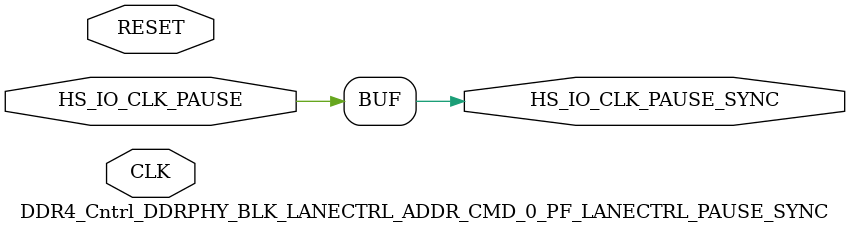
<source format=v>


module DDR4_Cntrl_DDRPHY_BLK_LANECTRL_ADDR_CMD_0_PF_LANECTRL_PAUSE_SYNC( CLK, RESET, HS_IO_CLK_PAUSE, HS_IO_CLK_PAUSE_SYNC );
	
	input CLK, RESET, HS_IO_CLK_PAUSE;
	output HS_IO_CLK_PAUSE_SYNC;

	parameter ENABLE_PAUSE_EXTENSION = 2'b00;

	reg pause_reg_0, pause_reg_1, pause;
	wire pause_sync_0_i;

	generate 
		if( ENABLE_PAUSE_EXTENSION == 3'b000 ) begin : feed
			assign HS_IO_CLK_PAUSE_SYNC = HS_IO_CLK_PAUSE;
		end else if( ENABLE_PAUSE_EXTENSION == 3'b001 ) begin : pipe
			(* HS_IO_CLK_PAUSE_SYNC = 1, syn_keep = 1 *) SLE pause_sync_0(
				.CLK( CLK ),
				.D( HS_IO_CLK_PAUSE ),
				.Q( pause_sync_0_i ),
				.LAT( 1'b0 ),
				.EN( 1'b1 ),
				.ALn( ~RESET ),
				.ADn( 1'b1 ),
				.SLn( 1'b1 ),
				.SD( 1'b0 )
				);

			(* HS_IO_CLK_PAUSE_SYNC = 1, syn_keep = 1 *) SLE pause_sync (
				.CLK( CLK ),
				.D( pause_sync_0_i ),
				.Q( HS_IO_CLK_PAUSE_SYNC ),
				.LAT( 1'b0 ),
				.EN( 1'b1 ),
				.ALn( ~RESET ),
				.ADn( 1'b1 ),
				.SLn( 1'b1 ),
				.SD( 1'b0 )
				);
		end else if ( ENABLE_PAUSE_EXTENSION == 3'b010 ) begin : ext_pipe
			always @(posedge CLK or posedge RESET) begin : ext
				if( RESET == 1'b1 ) begin
					pause_reg_0 <= 1'b0;
					pause_reg_1 <= 1'b0;
					pause <= 1'b0;
				end else begin
					pause_reg_0 <= HS_IO_CLK_PAUSE;
					pause_reg_1 <= pause_reg_0;
					if( HS_IO_CLK_PAUSE == 1'b0 && pause_reg_0 ==1'b1 && pause_reg_1 == 1'b0 )
						pause <= 1'b1; // Extend by 1 cycle if the pulse is less than a cycle
					else
						pause <= HS_IO_CLK_PAUSE;
				end
			end

			(* HS_IO_CLK_PAUSE_SYNC = 1, syn_keep = 1 *) SLE pause_sync (
				.CLK( CLK ),
				.D( pause ),
				.Q( HS_IO_CLK_PAUSE_SYNC ),
				.LAT( 1'b0 ),
				.EN( 1'b1 ),
				.ALn( ~RESET ),
				.ADn( 1'b1 ),
				.SLn( 1'b1 ),
				.SD( 1'b0 )
				);
		end else if ( ENABLE_PAUSE_EXTENSION == 3'b011 ) begin : pipe_fall 
			(* HS_IO_CLK_PAUSE_SYNC = 1, syn_keep = 1 *) SLE pause_sync_0 (
				.CLK( CLK ),
				.D( HS_IO_CLK_PAUSE ),
				.Q( pause_sync_0_i ),
				.LAT( 1'b0 ),
				.EN( 1'b1 ),
				.ALn( ~RESET ),
				.ADn( 1'b1 ),
				.SLn( 1'b1 ),
				.SD( 1'b0 )
				);

			(* HS_IO_CLK_PAUSE_SYNC = 1, syn_keep = 1 *) SLE pause_sync (
				.CLK( ~CLK ),
				.D( pause_sync_0_i ),
				.Q( HS_IO_CLK_PAUSE_SYNC ),
				.LAT( 1'b0 ),
				.EN( 1'b1 ),
				.ALn( ~RESET ),
				.ADn( 1'b1 ),
				.SLn( 1'b1 ),
				.SD( 1'b0 )
				);
		end else if ( ENABLE_PAUSE_EXTENSION == 3'b100 ) begin : ext_pipe_fall 
			always @(posedge CLK or posedge RESET) begin : ext
				if( RESET == 1'b1 ) begin
					pause_reg_0 <= 1'b0;
					pause_reg_1 <= 1'b0;
					pause <= 1'b0;
				end else begin
					pause_reg_0 <= HS_IO_CLK_PAUSE;
					pause_reg_1 <= pause_reg_0;
					if( HS_IO_CLK_PAUSE == 1'b0 && pause_reg_0 ==1'b1 && pause_reg_1 == 1'b0 )
						pause <= 1'b1; // Extend by 1 cycle if the pulse is less than a cycle
					else
						pause <= HS_IO_CLK_PAUSE;
				end
			end

			(* HS_IO_CLK_PAUSE_SYNC = 1, syn_keep = 1 *) SLE pause_sync (
				.CLK( ~CLK ),
				.D( pause ),
				.Q( HS_IO_CLK_PAUSE_SYNC ),
				.LAT( 1'b0 ),
				.EN( 1'b1 ),
				.ALn( ~RESET ),
				.ADn( 1'b1 ),
				.SLn( 1'b1 ),
				.SD( 1'b0 )
				);
		end
	endgenerate

endmodule
</source>
